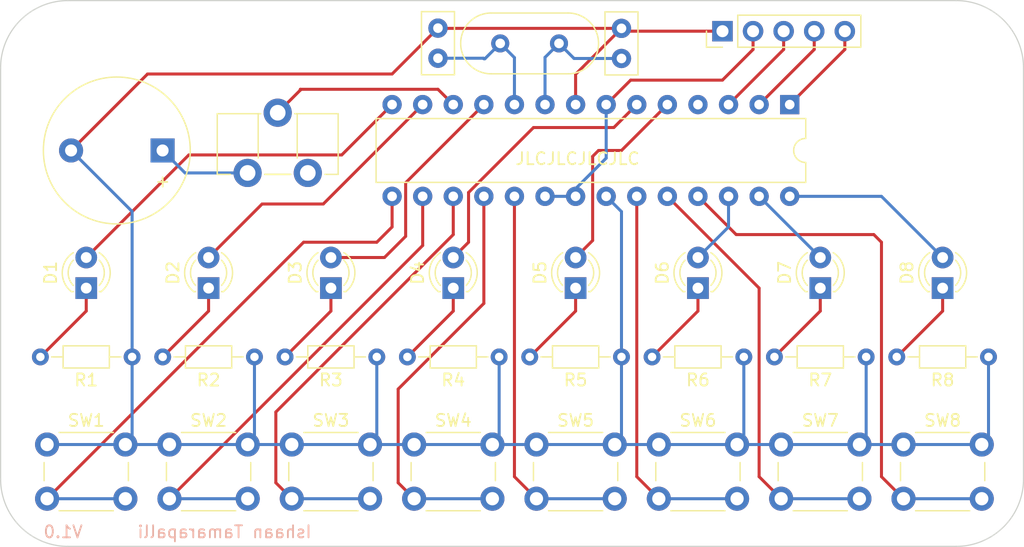
<source format=kicad_pcb>
(kicad_pcb (version 20221018) (generator pcbnew)
  (layers (0 "F.Cu" signal) (31 "B.Cu" signal) (34 "B.Paste" user) (35 "F.Paste" user) (36 "B.SilkS" user "B.Silkscreen") (37 "F.SilkS" user "F.Silkscreen") (38 "B.Mask" user) (39 "F.Mask" user) (44 "Edge.Cuts" user))
  (net 0 "")
  (net 1 "Net-(U1-XTAL2{slash}PB7)")
  (net 2 "GND")
  (net 3 "Net-(U1-XTAL1{slash}PB6)")
  (net 4 "+5V")
  (net 5 "Net-(D1-K)")
  (net 7 "/LED1")
  (net 8 "/SW8")
  (net 9 "/RESET")
  (net 10 "/RX")
  (net 11 "/TX")
  (net 12 "/LED2")
  (net 13 "/LED3")
  (net 14 "/LED4")
  (net 15 "/LED5")
  (net 16 "/LED6")
  (net 17 "/LED7")
  (net 18 "/LED8")
  (net 19 "/BUZZER")
  (net 20 "/SW1")
  (net 21 "/SW2")
  (net 22 "/SW3")
  (net 23 "/SW4")
  (net 24 "/SW5")
  (net 25 "/SW6")
  (net 26 "/SW7")
  (net 27 "Net-(D2-K)")
  (net 28 "Net-(D3-K)")
  (net 29 "Net-(D4-K)")
  (net 30 "Net-(D5-K)")
  (net 31 "Net-(D6-K)")
  (net 32 "Net-(D7-K)")
  (net 33 "Net-(D8-K)")
  (net 34 "Net-(BZ1--)")
  (footprint "Button_Switch_THT:SW_PUSH_6mm" (layer "F.Cu") (at 110.923 114.971)
    (fp_text reference "SW1" (at 3.25 -2) (layer "F.SilkS"))
    (fp_text value "SW_Push" hide)
    (fp_line (start -0.25 1.5) (end -0.25 3) (stroke (width 0.12)) (layer "F.SilkS"))
    (fp_line (start 1 5.5) (end 5.5 5.5) (stroke (width 0.12)) (layer "F.SilkS"))
    (fp_line (start 5.5 -1) (end 1 -1) (stroke (width 0.12)) (layer "F.SilkS"))
    (fp_line (start 6.75 3) (end 6.75 1.5) (stroke (width 0.12)) (layer "F.SilkS"))
    (pad "1" thru_hole circle (at 0 0 90) (size 2 2) (drill 1.1) (layers "*.Cu" "*.Mask") (net 2 "GND"))
    (pad "1" thru_hole circle (at 6.5 0 90) (size 2 2) (drill 1.1) (layers "*.Cu" "*.Mask") (net 2 "GND"))
    (pad "2" thru_hole circle (at 0 4.5 90) (size 2 2) (drill 1.1) (layers "*.Cu" "*.Mask") (net 20 "/SW1"))
    (pad "2" thru_hole circle (at 6.5 4.5 90) (size 2 2) (drill 1.1) (layers "*.Cu" "*.Mask") (net 20 "/SW1"))
  )
  (footprint "LED_THT:LED_D3.0mm" (layer "F.Cu") (at 175.133 101.981 90)
    (fp_text reference "D7" (at 1.27 -2.96 90) (layer "F.SilkS"))
    (fp_text value "LED" hide)
    (fp_line (start -0.29 -1.236) (end -0.29 -1.08) (stroke (width 0.12)) (layer "F.SilkS"))
    (fp_line (start -0.29 1.08) (end -0.29 1.236) (stroke (width 0.12)) (layer "F.SilkS"))
    (fp_arc (start -0.29 -1.235516) (mid 1.366487 -1.987659) (end 2.942335 -1.078608) (stroke (width 0.12)) (layer "F.SilkS"))
    (fp_arc (start 0.229039 -1.08) (mid 1.270117 -1.5) (end 2.31113 -1.079837) (stroke (width 0.12)) (layer "F.SilkS"))
    (fp_arc (start 2.31113 1.079837) (mid 1.270117 1.5) (end 0.229039 1.08) (stroke (width 0.12)) (layer "F.SilkS"))
    (fp_arc (start 2.942335 1.078608) (mid 1.366487 1.987659) (end -0.29 1.235516) (stroke (width 0.12)) (layer "F.SilkS"))
    (pad "1" thru_hole rect (at 0 0 90) (size 1.8 1.8) (drill 0.9) (layers "*.Cu" "*.Mask") (net 32 "Net-(D7-K)"))
    (pad "2" thru_hole circle (at 2.54 0 90) (size 1.8 1.8) (drill 0.9) (layers "*.Cu" "*.Mask") (net 17 "/LED7"))
  )
  (footprint "Button_Switch_THT:SW_PUSH_6mm" (layer "F.Cu") (at 171.883 114.971)
    (fp_text reference "SW7" (at 3.25 -2) (layer "F.SilkS"))
    (fp_text value "SW_Push" hide)
    (fp_line (start -0.25 1.5) (end -0.25 3) (stroke (width 0.12)) (layer "F.SilkS"))
    (fp_line (start 1 5.5) (end 5.5 5.5) (stroke (width 0.12)) (layer "F.SilkS"))
    (fp_line (start 5.5 -1) (end 1 -1) (stroke (width 0.12)) (layer "F.SilkS"))
    (fp_line (start 6.75 3) (end 6.75 1.5) (stroke (width 0.12)) (layer "F.SilkS"))
    (pad "1" thru_hole circle (at 0 0 90) (size 2 2) (drill 1.1) (layers "*.Cu" "*.Mask") (net 2 "GND"))
    (pad "1" thru_hole circle (at 6.5 0 90) (size 2 2) (drill 1.1) (layers "*.Cu" "*.Mask") (net 2 "GND"))
    (pad "2" thru_hole circle (at 0 4.5 90) (size 2 2) (drill 1.1) (layers "*.Cu" "*.Mask") (net 26 "/SW7"))
    (pad "2" thru_hole circle (at 6.5 4.5 90) (size 2 2) (drill 1.1) (layers "*.Cu" "*.Mask") (net 26 "/SW7"))
  )
  (footprint "Resistor_THT:R_Axial_DIN0204_L3.6mm_D1.6mm_P7.62mm_Horizontal" (layer "F.Cu") (at 189.103 107.696 180)
    (fp_text reference "R8" (at 3.81 -1.92) (layer "F.SilkS"))
    (fp_text value "220 Ohm" hide)
    (fp_line (start 0.94 0) (end 1.89 0) (stroke (width 0.12)) (layer "F.SilkS"))
    (fp_line (start 1.89 -0.92) (end 1.89 0.92) (stroke (width 0.12)) (layer "F.SilkS"))
    (fp_line (start 1.89 0.92) (end 5.73 0.92) (stroke (width 0.12)) (layer "F.SilkS"))
    (fp_line (start 5.73 -0.92) (end 1.89 -0.92) (stroke (width 0.12)) (layer "F.SilkS"))
    (fp_line (start 5.73 0.92) (end 5.73 -0.92) (stroke (width 0.12)) (layer "F.SilkS"))
    (fp_line (start 6.68 0) (end 5.73 0) (stroke (width 0.12)) (layer "F.SilkS"))
    (pad "1" thru_hole circle (at 0 0 180) (size 1.4 1.4) (drill 0.7) (layers "*.Cu" "*.Mask") (net 2 "GND"))
    (pad "2" thru_hole oval (at 7.62 0 180) (size 1.4 1.4) (drill 0.7) (layers "*.Cu" "*.Mask") (net 33 "Net-(D8-K)"))
  )
  (footprint "Button_Switch_THT:SW_PUSH_6mm" (layer "F.Cu") (at 161.723 114.971)
    (fp_text reference "SW6" (at 3.25 -2) (layer "F.SilkS"))
    (fp_text value "SW_Push" hide)
    (fp_line (start -0.25 1.5) (end -0.25 3) (stroke (width 0.12)) (layer "F.SilkS"))
    (fp_line (start 1 5.5) (end 5.5 5.5) (stroke (width 0.12)) (layer "F.SilkS"))
    (fp_line (start 5.5 -1) (end 1 -1) (stroke (width 0.12)) (layer "F.SilkS"))
    (fp_line (start 6.75 3) (end 6.75 1.5) (stroke (width 0.12)) (layer "F.SilkS"))
    (pad "1" thru_hole circle (at 0 0 90) (size 2 2) (drill 1.1) (layers "*.Cu" "*.Mask") (net 2 "GND"))
    (pad "1" thru_hole circle (at 6.5 0 90) (size 2 2) (drill 1.1) (layers "*.Cu" "*.Mask") (net 2 "GND"))
    (pad "2" thru_hole circle (at 0 4.5 90) (size 2 2) (drill 1.1) (layers "*.Cu" "*.Mask") (net 25 "/SW6"))
    (pad "2" thru_hole circle (at 6.5 4.5 90) (size 2 2) (drill 1.1) (layers "*.Cu" "*.Mask") (net 25 "/SW6"))
  )
  (footprint "Connector_PinHeader_2.54mm:PinHeader_1x05_P2.54mm_Vertical" (layer "F.Cu") (at 167.01 80.645 90)
    (fp_text reference "J1" hide)
    (fp_text value "Conn_01x05_Pin" hide)
    (fp_line (start -1.33 -1.33) (end 0 -1.33) (stroke (width 0.12)) (layer "F.SilkS"))
    (fp_line (start -1.33 0) (end -1.33 -1.33) (stroke (width 0.12)) (layer "F.SilkS"))
    (fp_line (start -1.33 1.27) (end -1.33 11.49) (stroke (width 0.12)) (layer "F.SilkS"))
    (fp_line (start -1.33 1.27) (end 1.33 1.27) (stroke (width 0.12)) (layer "F.SilkS"))
    (fp_line (start -1.33 11.49) (end 1.33 11.49) (stroke (width 0.12)) (layer "F.SilkS"))
    (fp_line (start 1.33 1.27) (end 1.33 11.49) (stroke (width 0.12)) (layer "F.SilkS"))
    (pad "1" thru_hole rect (at 0 0 90) (size 1.7 1.7) (drill 1) (layers "*.Cu" "*.Mask") (net 2 "GND"))
    (pad "2" thru_hole oval (at 0 2.54 90) (size 1.7 1.7) (drill 1) (layers "*.Cu" "*.Mask") (net 4 "+5V"))
    (pad "3" thru_hole oval (at 0 5.08 90) (size 1.7 1.7) (drill 1) (layers "*.Cu" "*.Mask") (net 11 "/TX"))
    (pad "4" thru_hole oval (at 0 7.62 90) (size 1.7 1.7) (drill 1) (layers "*.Cu" "*.Mask") (net 10 "/RX"))
    (pad "5" thru_hole oval (at 0 10.16 90) (size 1.7 1.7) (drill 1) (layers "*.Cu" "*.Mask") (net 9 "/RESET"))
  )
  (footprint "LED_THT:LED_D3.0mm" (layer "F.Cu") (at 144.653 101.981 90)
    (fp_text reference "D4" (at 1.27 -2.96 90) (layer "F.SilkS"))
    (fp_text value "LED" hide)
    (fp_line (start -0.29 -1.236) (end -0.29 -1.08) (stroke (width 0.12)) (layer "F.SilkS"))
    (fp_line (start -0.29 1.08) (end -0.29 1.236) (stroke (width 0.12)) (layer "F.SilkS"))
    (fp_arc (start -0.29 -1.235516) (mid 1.366487 -1.987659) (end 2.942335 -1.078608) (stroke (width 0.12)) (layer "F.SilkS"))
    (fp_arc (start 0.229039 -1.08) (mid 1.270117 -1.5) (end 2.31113 -1.079837) (stroke (width 0.12)) (layer "F.SilkS"))
    (fp_arc (start 2.31113 1.079837) (mid 1.270117 1.5) (end 0.229039 1.08) (stroke (width 0.12)) (layer "F.SilkS"))
    (fp_arc (start 2.942335 1.078608) (mid 1.366487 1.987659) (end -0.29 1.235516) (stroke (width 0.12)) (layer "F.SilkS"))
    (pad "1" thru_hole rect (at 0 0 90) (size 1.8 1.8) (drill 0.9) (layers "*.Cu" "*.Mask") (net 29 "Net-(D4-K)"))
    (pad "2" thru_hole circle (at 2.54 0 90) (size 1.8 1.8) (drill 0.9) (layers "*.Cu" "*.Mask") (net 14 "/LED4"))
  )
  (footprint "Resistor_THT:R_Axial_DIN0204_L3.6mm_D1.6mm_P7.62mm_Horizontal" (layer "F.Cu") (at 128.143 107.696 180)
    (fp_text reference "R2" (at 3.81 -1.92) (layer "F.SilkS"))
    (fp_text value "220 Ohm" hide)
    (fp_line (start 0.94 0) (end 1.89 0) (stroke (width 0.12)) (layer "F.SilkS"))
    (fp_line (start 1.89 -0.92) (end 1.89 0.92) (stroke (width 0.12)) (layer "F.SilkS"))
    (fp_line (start 1.89 0.92) (end 5.73 0.92) (stroke (width 0.12)) (layer "F.SilkS"))
    (fp_line (start 5.73 -0.92) (end 1.89 -0.92) (stroke (width 0.12)) (layer "F.SilkS"))
    (fp_line (start 5.73 0.92) (end 5.73 -0.92) (stroke (width 0.12)) (layer "F.SilkS"))
    (fp_line (start 6.68 0) (end 5.73 0) (stroke (width 0.12)) (layer "F.SilkS"))
    (pad "1" thru_hole circle (at 0 0 180) (size 1.4 1.4) (drill 0.7) (layers "*.Cu" "*.Mask") (net 2 "GND"))
    (pad "2" thru_hole oval (at 7.62 0 180) (size 1.4 1.4) (drill 0.7) (layers "*.Cu" "*.Mask") (net 27 "Net-(D2-K)"))
  )
  (footprint "Resistor_THT:R_Axial_DIN0204_L3.6mm_D1.6mm_P7.62mm_Horizontal" (layer "F.Cu") (at 158.623 107.696 180)
    (fp_text reference "R5" (at 3.81 -1.92) (layer "F.SilkS"))
    (fp_text value "220 Ohm" hide)
    (fp_line (start 0.94 0) (end 1.89 0) (stroke (width 0.12)) (layer "F.SilkS"))
    (fp_line (start 1.89 -0.92) (end 1.89 0.92) (stroke (width 0.12)) (layer "F.SilkS"))
    (fp_line (start 1.89 0.92) (end 5.73 0.92) (stroke (width 0.12)) (layer "F.SilkS"))
    (fp_line (start 5.73 -0.92) (end 1.89 -0.92) (stroke (width 0.12)) (layer "F.SilkS"))
    (fp_line (start 5.73 0.92) (end 5.73 -0.92) (stroke (width 0.12)) (layer "F.SilkS"))
    (fp_line (start 6.68 0) (end 5.73 0) (stroke (width 0.12)) (layer "F.SilkS"))
    (pad "1" thru_hole circle (at 0 0 180) (size 1.4 1.4) (drill 0.7) (layers "*.Cu" "*.Mask") (net 2 "GND"))
    (pad "2" thru_hole oval (at 7.62 0 180) (size 1.4 1.4) (drill 0.7) (layers "*.Cu" "*.Mask") (net 30 "Net-(D5-K)"))
  )
  (footprint "Potentiometer_THT:Potentiometer_ACP_CA9-H5_Horizontal" (layer "F.Cu") (at 127.573 92.416 90)
    (fp_text reference "RV1" hide)
    (fp_text value "R_Potentiometer" hide)
    (fp_line (start -0.121 -2.521) (end -0.121 -1.426) (stroke (width 0.12)) (layer "F.SilkS"))
    (fp_line (start -0.121 -2.521) (end 4.92 -2.521) (stroke (width 0.12)) (layer "F.SilkS"))
    (fp_line (start -0.121 1.426) (end -0.121 3.575) (stroke (width 0.12)) (layer "F.SilkS"))
    (fp_line (start -0.121 1.426) (end -0.121 3.575) (stroke (width 0.12)) (layer "F.SilkS"))
    (fp_line (start -0.121 6.425) (end -0.121 7.52) (stroke (width 0.12)) (layer "F.SilkS"))
    (fp_line (start -0.121 7.52) (end 4.92 7.52) (stroke (width 0.12)) (layer "F.SilkS"))
    (fp_line (start 1.237 0.88) (end 4.92 0.88) (stroke (width 0.12)) (layer "F.SilkS"))
    (fp_line (start 1.237 4.12) (end 4.92 4.12) (stroke (width 0.12)) (layer "F.SilkS"))
    (fp_line (start 4.92 -2.521) (end 4.92 1.075) (stroke (width 0.12)) (layer "F.SilkS"))
    (fp_line (start 4.92 0.88) (end 4.92 1.075) (stroke (width 0.12)) (layer "F.SilkS"))
    (fp_line (start 4.92 3.925) (end 4.92 4.12) (stroke (width 0.12)) (layer "F.SilkS"))
    (fp_line (start 4.92 3.925) (end 4.92 7.52) (stroke (width 0.12)) (layer "F.SilkS"))
    (pad "1" thru_hole circle (at 0 0 90) (size 2.34 2.34) (drill 1.3) (layers "*.Cu" "*.Mask") (net 34 "Net-(BZ1--)"))
    (pad "2" thru_hole circle (at 5 2.5 90) (size 2.34 2.34) (drill 1.3) (layers "*.Cu" "*.Mask") (net 19 "/BUZZER"))
    (pad "3" thru_hole circle (at 0 5 90) (size 2.34 2.34) (drill 1.3) (layers "*.Cu" "*.Mask"))
  )
  (footprint "Capacitor_THT:C_Disc_D5.0mm_W2.5mm_P2.50mm" (layer "F.Cu") (at 158.623 82.911 90)
    (fp_text reference "C2" hide)
    (fp_text value "22pf" hide)
    (fp_line (start -1.37 -1.37) (end -1.37 1.37) (stroke (width 0.12)) (layer "F.SilkS"))
    (fp_line (start -1.37 -1.37) (end 3.87 -1.37) (stroke (width 0.12)) (layer "F.SilkS"))
    (fp_line (start -1.37 1.37) (end 3.87 1.37) (stroke (width 0.12)) (layer "F.SilkS"))
    (fp_line (start 3.87 -1.37) (end 3.87 1.37) (stroke (width 0.12)) (layer "F.SilkS"))
    (pad "1" thru_hole circle (at 0 0 90) (size 1.6 1.6) (drill 0.8) (layers "*.Cu" "*.Mask") (net 3 "Net-(U1-XTAL1{slash}PB6)"))
    (pad "2" thru_hole circle (at 2.5 0 90) (size 1.6 1.6) (drill 0.8) (layers "*.Cu" "*.Mask") (net 2 "GND"))
  )
  (footprint "Capacitor_THT:C_Disc_D5.0mm_W2.5mm_P2.50mm" (layer "F.Cu") (at 143.383 82.891 90)
    (fp_text reference "C1" hide)
    (fp_text value "22pf" hide)
    (fp_line (start -1.37 -1.37) (end -1.37 1.37) (stroke (width 0.12)) (layer "F.SilkS"))
    (fp_line (start -1.37 -1.37) (end 3.87 -1.37) (stroke (width 0.12)) (layer "F.SilkS"))
    (fp_line (start -1.37 1.37) (end 3.87 1.37) (stroke (width 0.12)) (layer "F.SilkS"))
    (fp_line (start 3.87 -1.37) (end 3.87 1.37) (stroke (width 0.12)) (layer "F.SilkS"))
    (pad "1" thru_hole circle (at 0 0 90) (size 1.6 1.6) (drill 0.8) (layers "*.Cu" "*.Mask") (net 1 "Net-(U1-XTAL2{slash}PB7)"))
    (pad "2" thru_hole circle (at 2.5 0 90) (size 1.6 1.6) (drill 0.8) (layers "*.Cu" "*.Mask") (net 2 "GND"))
  )
  (footprint "Button_Switch_THT:SW_PUSH_6mm" (layer "F.Cu") (at 182.043 114.971)
    (fp_text reference "SW8" (at 3.25 -2) (layer "F.SilkS"))
    (fp_text value "SW_Push" hide)
    (fp_line (start -0.25 1.5) (end -0.25 3) (stroke (width 0.12)) (layer "F.SilkS"))
    (fp_line (start 1 5.5) (end 5.5 5.5) (stroke (width 0.12)) (layer "F.SilkS"))
    (fp_line (start 5.5 -1) (end 1 -1) (stroke (width 0.12)) (layer "F.SilkS"))
    (fp_line (start 6.75 3) (end 6.75 1.5) (stroke (width 0.12)) (layer "F.SilkS"))
    (pad "1" thru_hole circle (at 0 0 90) (size 2 2) (drill 1.1) (layers "*.Cu" "*.Mask") (net 2 "GND"))
    (pad "1" thru_hole circle (at 6.5 0 90) (size 2 2) (drill 1.1) (layers "*.Cu" "*.Mask") (net 2 "GND"))
    (pad "2" thru_hole circle (at 0 4.5 90) (size 2 2) (drill 1.1) (layers "*.Cu" "*.Mask") (net 8 "/SW8"))
    (pad "2" thru_hole circle (at 6.5 4.5 90) (size 2 2) (drill 1.1) (layers "*.Cu" "*.Mask") (net 8 "/SW8"))
  )
  (footprint "Crystal:Crystal_HC49-4H_Vertical" (layer "F.Cu") (at 148.553 81.661)
    (fp_text reference "Y1" hide)
    (fp_text value "16MHz " hide)
    (fp_line (start -0.76 -2.525) (end 5.64 -2.525) (stroke (width 0.12)) (layer "F.SilkS"))
    (fp_line (start -0.76 2.525) (end 5.64 2.525) (stroke (width 0.12)) (layer "F.SilkS"))
    (fp_arc (start -0.76 2.525) (mid -3.285 0) (end -0.76 -2.525) (stroke (width 0.12)) (layer "F.SilkS"))
    (fp_arc (start 5.64 -2.525) (mid 8.165 0) (end 5.64 2.525) (stroke (width 0.12)) (layer "F.SilkS"))
    (pad "1" thru_hole circle (at 0 0) (size 1.5 1.5) (drill 0.8) (layers "*.Cu" "*.Mask") (net 1 "Net-(U1-XTAL2{slash}PB7)"))
    (pad "2" thru_hole circle (at 4.88 0) (size 1.5 1.5) (drill 0.8) (layers "*.Cu" "*.Mask") (net 3 "Net-(U1-XTAL1{slash}PB6)"))
  )
  (footprint "Buzzer_Beeper:Buzzer_12x9.5RM7.6" (layer "F.Cu") (at 120.513 90.551 180)
    (fp_text reference "BZ1" hide)
    (fp_text value "Buzzer" hide)
    (fp_text user "+" (at -0.01 -2.54) (layer "F.SilkS"))
    (fp_circle (center 3.8 0) (end 9.9 0) (stroke (width 0.12)) (fill none) (layer "F.SilkS"))
    (pad "1" thru_hole rect (at 0 0 180) (size 2 2) (drill 1) (layers "*.Cu" "*.Mask") (net 34 "Net-(BZ1--)"))
    (pad "2" thru_hole circle (at 7.6 0 180) (size 2 2) (drill 1) (layers "*.Cu" "*.Mask") (net 2 "GND"))
  )
  (footprint "LED_THT:LED_D3.0mm" (layer "F.Cu") (at 164.973 101.981 90)
    (fp_text reference "D6" (at 1.27 -2.96 90) (layer "F.SilkS"))
    (fp_text value "LED" hide)
    (fp_line (start -0.29 -1.236) (end -0.29 -1.08) (stroke (width 0.12)) (layer "F.SilkS"))
    (fp_line (start -0.29 1.08) (end -0.29 1.236) (stroke (width 0.12)) (layer "F.SilkS"))
    (fp_arc (start -0.29 -1.235516) (mid 1.366487 -1.987659) (end 2.942335 -1.078608) (stroke (width 0.12)) (layer "F.SilkS"))
    (fp_arc (start 0.229039 -1.08) (mid 1.270117 -1.5) (end 2.31113 -1.079837) (stroke (width 0.12)) (layer "F.SilkS"))
    (fp_arc (start 2.31113 1.079837) (mid 1.270117 1.5) (end 0.229039 1.08) (stroke (width 0.12)) (layer "F.SilkS"))
    (fp_arc (start 2.942335 1.078608) (mid 1.366487 1.987659) (end -0.29 1.235516) (stroke (width 0.12)) (layer "F.SilkS"))
    (pad "1" thru_hole rect (at 0 0 90) (size 1.8 1.8) (drill 0.9) (layers "*.Cu" "*.Mask") (net 31 "Net-(D6-K)"))
    (pad "2" thru_hole circle (at 2.54 0 90) (size 1.8 1.8) (drill 0.9) (layers "*.Cu" "*.Mask") (net 16 "/LED6"))
  )
  (footprint "Button_Switch_THT:SW_PUSH_6mm" (layer "F.Cu") (at 121.083 114.971)
    (fp_text reference "SW2" (at 3.25 -2) (layer "F.SilkS"))
    (fp_text value "SW_Push" hide)
    (fp_line (start -0.25 1.5) (end -0.25 3) (stroke (width 0.12)) (layer "F.SilkS"))
    (fp_line (start 1 5.5) (end 5.5 5.5) (stroke (width 0.12)) (layer "F.SilkS"))
    (fp_line (start 5.5 -1) (end 1 -1) (stroke (width 0.12)) (layer "F.SilkS"))
    (fp_line (start 6.75 3) (end 6.75 1.5) (stroke (width 0.12)) (layer "F.SilkS"))
    (pad "1" thru_hole circle (at 0 0 90) (size 2 2) (drill 1.1) (layers "*.Cu" "*.Mask") (net 2 "GND"))
    (pad "1" thru_hole circle (at 6.5 0 90) (size 2 2) (drill 1.1) (layers "*.Cu" "*.Mask") (net 2 "GND"))
    (pad "2" thru_hole circle (at 0 4.5 90) (size 2 2) (drill 1.1) (layers "*.Cu" "*.Mask") (net 21 "/SW2"))
    (pad "2" thru_hole circle (at 6.5 4.5 90) (size 2 2) (drill 1.1) (layers "*.Cu" "*.Mask") (net 21 "/SW2"))
  )
  (footprint "Button_Switch_THT:SW_PUSH_6mm" (layer "F.Cu") (at 131.243 114.971)
    (fp_text reference "SW3" (at 3.25 -2) (layer "F.SilkS"))
    (fp_text value "SW_Push" hide)
    (fp_line (start -0.25 1.5) (end -0.25 3) (stroke (width 0.12)) (layer "F.SilkS"))
    (fp_line (start 1 5.5) (end 5.5 5.5) (stroke (width 0.12)) (layer "F.SilkS"))
    (fp_line (start 5.5 -1) (end 1 -1) (stroke (width 0.12)) (layer "F.SilkS"))
    (fp_line (start 6.75 3) (end 6.75 1.5) (stroke (width 0.12)) (layer "F.SilkS"))
    (pad "1" thru_hole circle (at 0 0 90) (size 2 2) (drill 1.1) (layers "*.Cu" "*.Mask") (net 2 "GND"))
    (pad "1" thru_hole circle (at 6.5 0 90) (size 2 2) (drill 1.1) (layers "*.Cu" "*.Mask") (net 2 "GND"))
    (pad "2" thru_hole circle (at 0 4.5 90) (size 2 2) (drill 1.1) (layers "*.Cu" "*.Mask") (net 22 "/SW3"))
    (pad "2" thru_hole circle (at 6.5 4.5 90) (size 2 2) (drill 1.1) (layers "*.Cu" "*.Mask") (net 22 "/SW3"))
  )
  (footprint "Resistor_THT:R_Axial_DIN0204_L3.6mm_D1.6mm_P7.62mm_Horizontal" (layer "F.Cu") (at 178.943 107.696 180)
    (fp_text reference "R7" (at 3.81 -1.92) (layer "F.SilkS"))
    (fp_text value "220 Ohm" hide)
    (fp_line (start 0.94 0) (end 1.89 0) (stroke (width 0.12)) (layer "F.SilkS"))
    (fp_line (start 1.89 -0.92) (end 1.89 0.92) (stroke (width 0.12)) (layer "F.SilkS"))
    (fp_line (start 1.89 0.92) (end 5.73 0.92) (stroke (width 0.12)) (layer "F.SilkS"))
    (fp_line (start 5.73 -0.92) (end 1.89 -0.92) (stroke (width 0.12)) (layer "F.SilkS"))
    (fp_line (start 5.73 0.92) (end 5.73 -0.92) (stroke (width 0.12)) (layer "F.SilkS"))
    (fp_line (start 6.68 0) (end 5.73 0) (stroke (width 0.12)) (layer "F.SilkS"))
    (pad "1" thru_hole circle (at 0 0 180) (size 1.4 1.4) (drill 0.7) (layers "*.Cu" "*.Mask") (net 2 "GND"))
    (pad "2" thru_hole oval (at 7.62 0 180) (size 1.4 1.4) (drill 0.7) (layers "*.Cu" "*.Mask") (net 32 "Net-(D7-K)"))
  )
  (footprint "LED_THT:LED_D3.0mm" (layer "F.Cu") (at 114.173 101.981 90)
    (fp_text reference "D1" (at 1.27 -2.96 90) (layer "F.SilkS"))
    (fp_text value "LED" hide)
    (fp_line (start -0.29 -1.236) (end -0.29 -1.08) (stroke (width 0.12)) (layer "F.SilkS"))
    (fp_line (start -0.29 1.08) (end -0.29 1.236) (stroke (width 0.12)) (layer "F.SilkS"))
    (fp_arc (start -0.29 -1.235516) (mid 1.366487 -1.987659) (end 2.942335 -1.078608) (stroke (width 0.12)) (layer "F.SilkS"))
    (fp_arc (start 0.229039 -1.08) (mid 1.270117 -1.5) (end 2.31113 -1.079837) (stroke (width 0.12)) (layer "F.SilkS"))
    (fp_arc (start 2.31113 1.079837) (mid 1.270117 1.5) (end 0.229039 1.08) (stroke (width 0.12)) (layer "F.SilkS"))
    (fp_arc (start 2.942335 1.078608) (mid 1.366487 1.987659) (end -0.29 1.235516) (stroke (width 0.12)) (layer "F.SilkS"))
    (pad "1" thru_hole rect (at 0 0 90) (size 1.8 1.8) (drill 0.9) (layers "*.Cu" "*.Mask") (net 5 "Net-(D1-K)"))
    (pad "2" thru_hole circle (at 2.54 0 90) (size 1.8 1.8) (drill 0.9) (layers "*.Cu" "*.Mask") (net 7 "/LED1"))
  )
  (footprint "Resistor_THT:R_Axial_DIN0204_L3.6mm_D1.6mm_P7.62mm_Horizontal" (layer "F.Cu") (at 117.983 107.696 180)
    (fp_text reference "R1" (at 3.81 -1.92) (layer "F.SilkS"))
    (fp_text value "220 Ohm" hide)
    (fp_line (start 0.94 0) (end 1.89 0) (stroke (width 0.12)) (layer "F.SilkS"))
    (fp_line (start 1.89 -0.92) (end 1.89 0.92) (stroke (width 0.12)) (layer "F.SilkS"))
    (fp_line (start 1.89 0.92) (end 5.73 0.92) (stroke (width 0.12)) (layer "F.SilkS"))
    (fp_line (start 5.73 -0.92) (end 1.89 -0.92) (stroke (width 0.12)) (layer "F.SilkS"))
    (fp_line (start 5.73 0.92) (end 5.73 -0.92) (stroke (width 0.12)) (layer "F.SilkS"))
    (fp_line (start 6.68 0) (end 5.73 0) (stroke (width 0.12)) (layer "F.SilkS"))
    (pad "1" thru_hole circle (at 0 0 180) (size 1.4 1.4) (drill 0.7) (layers "*.Cu" "*.Mask") (net 2 "GND"))
    (pad "2" thru_hole oval (at 7.62 0 180) (size 1.4 1.4) (drill 0.7) (layers "*.Cu" "*.Mask") (net 5 "Net-(D1-K)"))
  )
  (footprint "LED_THT:LED_D3.0mm" (layer "F.Cu") (at 185.293 101.981 90)
    (fp_text reference "D8" (at 1.27 -2.96 90) (layer "F.SilkS"))
    (fp_text value "LED" hide)
    (fp_line (start -0.29 -1.236) (end -0.29 -1.08) (stroke (width 0.12)) (layer "F.SilkS"))
    (fp_line (start -0.29 1.08) (end -0.29 1.236) (stroke (width 0.12)) (layer "F.SilkS"))
    (fp_arc (start -0.29 -1.235516) (mid 1.366487 -1.987659) (end 2.942335 -1.078608) (stroke (width 0.12)) (layer "F.SilkS"))
    (fp_arc (start 0.229039 -1.08) (mid 1.270117 -1.5) (end 2.31113 -1.079837) (stroke (width 0.12)) (layer "F.SilkS"))
    (fp_arc (start 2.31113 1.079837) (mid 1.270117 1.5) (end 0.229039 1.08) (stroke (width 0.12)) (layer "F.SilkS"))
    (fp_arc (start 2.942335 1.078608) (mid 1.366487 1.987659) (end -0.29 1.235516) (stroke (width 0.12)) (layer "F.SilkS"))
    (pad "1" thru_hole rect (at 0 0 90) (size 1.8 1.8) (drill 0.9) (layers "*.Cu" "*.Mask") (net 33 "Net-(D8-K)"))
    (pad "2" thru_hole circle (at 2.54 0 90) (size 1.8 1.8) (drill 0.9) (layers "*.Cu" "*.Mask") (net 18 "/LED8"))
  )
  (footprint "Resistor_THT:R_Axial_DIN0204_L3.6mm_D1.6mm_P7.62mm_Horizontal" (layer "F.Cu") (at 148.463 107.696 180)
    (fp_text reference "R4" (at 3.81 -1.92) (layer "F.SilkS"))
    (fp_text value "220 Ohm" hide)
    (fp_line (start 0.94 0) (end 1.89 0) (stroke (width 0.12)) (layer "F.SilkS"))
    (fp_line (start 1.89 -0.92) (end 1.89 0.92) (stroke (width 0.12)) (layer "F.SilkS"))
    (fp_line (start 1.89 0.92) (end 5.73 0.92) (stroke (width 0.12)) (layer "F.SilkS"))
    (fp_line (start 5.73 -0.92) (end 1.89 -0.92) (stroke (width 0.12)) (layer "F.SilkS"))
    (fp_line (start 5.73 0.92) (end 5.73 -0.92) (stroke (width 0.12)) (layer "F.SilkS"))
    (fp_line (start 6.68 0) (end 5.73 0) (stroke (width 0.12)) (layer "F.SilkS"))
    (pad "1" thru_hole circle (at 0 0 180) (size 1.4 1.4) (drill 0.7) (layers "*.Cu" "*.Mask") (net 2 "GND"))
    (pad "2" thru_hole oval (at 7.62 0 180) (size 1.4 1.4) (drill 0.7) (layers "*.Cu" "*.Mask") (net 29 "Net-(D4-K)"))
  )
  (footprint "LED_THT:LED_D3.0mm" (layer "F.Cu") (at 154.813 101.981 90)
    (fp_text reference "D5" (at 1.27 -2.96 90) (layer "F.SilkS"))
    (fp_text value "LED" hide)
    (fp_line (start -0.29 -1.236) (end -0.29 -1.08) (stroke (width 0.12)) (layer "F.SilkS"))
    (fp_line (start -0.29 1.08) (end -0.29 1.236) (stroke (width 0.12)) (layer "F.SilkS"))
    (fp_arc (start -0.29 -1.235516) (mid 1.366487 -1.987659) (end 2.942335 -1.078608) (stroke (width 0.12)) (layer "F.SilkS"))
    (fp_arc (start 0.229039 -1.08) (mid 1.270117 -1.5) (end 2.31113 -1.079837) (stroke (width 0.12)) (layer "F.SilkS"))
    (fp_arc (start 2.31113 1.079837) (mid 1.270117 1.5) (end 0.229039 1.08) (stroke (width 0.12)) (layer "F.SilkS"))
    (fp_arc (start 2.942335 1.078608) (mid 1.366487 1.987659) (end -0.29 1.235516) (stroke (width 0.12)) (layer "F.SilkS"))
    (pad "1" thru_hole rect (at 0 0 90) (size 1.8 1.8) (drill 0.9) (layers "*.Cu" "*.Mask") (net 30 "Net-(D5-K)"))
    (pad "2" thru_hole circle (at 2.54 0 90) (size 1.8 1.8) (drill 0.9) (layers "*.Cu" "*.Mask") (net 15 "/LED5"))
  )
  (footprint "Button_Switch_THT:SW_PUSH_6mm" (layer "F.Cu") (at 151.563 114.971)
    (fp_text reference "SW5" (at 3.25 -2) (layer "F.SilkS"))
    (fp_text value "SW_Push" hide)
    (fp_line (start -0.25 1.5) (end -0.25 3) (stroke (width 0.12)) (layer "F.SilkS"))
    (fp_line (start 1 5.5) (end 5.5 5.5) (stroke (width 0.12)) (layer "F.SilkS"))
    (fp_line (start 5.5 -1) (end 1 -1) (stroke (width 0.12)) (layer "F.SilkS"))
    (fp_line (start 6.75 3) (end 6.75 1.5) (stroke (width 0.12)) (layer "F.SilkS"))
    (pad "1" thru_hole circle (at 0 0 90) (size 2 2) (drill 1.1) (layers "*.Cu" "*.Mask") (net 2 "GND"))
    (pad "1" thru_hole circle (at 6.5 0 90) (size 2 2) (drill 1.1) (layers "*.Cu" "*.Mask") (net 2 "GND"))
    (pad "2" thru_hole circle (at 0 4.5 90) (size 2 2) (drill 1.1) (layers "*.Cu" "*.Mask") (net 24 "/SW5"))
    (pad "2" thru_hole circle (at 6.5 4.5 90) (size 2 2) (drill 1.1) (layers "*.Cu" "*.Mask") (net 24 "/SW5"))
  )
  (footprint "Resistor_THT:R_Axial_DIN0204_L3.6mm_D1.6mm_P7.62mm_Horizontal" (layer "F.Cu") (at 138.303 107.696 180)
    (fp_text reference "R3" (at 3.81 -1.92) (layer "F.SilkS"))
    (fp_text value "220 Ohm" hide)
    (fp_line (start 0.94 0) (end 1.89 0) (stroke (width 0.12)) (layer "F.SilkS"))
    (fp_line (start 1.89 -0.92) (end 1.89 0.92) (stroke (width 0.12)) (layer "F.SilkS"))
    (fp_line (start 1.89 0.92) (end 5.73 0.92) (stroke (width 0.12)) (layer "F.SilkS"))
    (fp_line (start 5.73 -0.92) (end 1.89 -0.92) (stroke (width 0.12)) (layer "F.SilkS"))
    (fp_line (start 5.73 0.92) (end 5.73 -0.92) (stroke (width 0.12)) (layer "F.SilkS"))
    (fp_line (start 6.68 0) (end 5.73 0) (stroke (width 0.12)) (layer "F.SilkS"))
    (pad "1" thru_hole circle (at 0 0 180) (size 1.4 1.4) (drill 0.7) (layers "*.Cu" "*.Mask") (net 2 "GND"))
    (pad "2" thru_hole oval (at 7.62 0 180) (size 1.4 1.4) (drill 0.7) (layers "*.Cu" "*.Mask") (net 28 "Net-(D3-K)"))
  )
  (footprint "Button_Switch_THT:SW_PUSH_6mm" (layer "F.Cu") (at 141.403 114.971)
    (fp_text reference "SW4" (at 3.25 -2) (layer "F.SilkS"))
    (fp_text value "SW_Push" hide)
    (fp_line (start -0.25 1.5) (end -0.25 3) (stroke (width 0.12)) (layer "F.SilkS"))
    (fp_line (start 1 5.5) (end 5.5 5.5) (stroke (width 0.12)) (layer "F.SilkS"))
    (fp_line (start 5.5 -1) (end 1 -1) (stroke (width 0.12)) (layer "F.SilkS"))
    (fp_line (start 6.75 3) (end 6.75 1.5) (stroke (width 0.12)) (layer "F.SilkS"))
    (pad "1" thru_hole circle (at 0 0 90) (size 2 2) (drill 1.1) (layers "*.Cu" "*.Mask") (net 2 "GND"))
    (pad "1" thru_hole circle (at 6.5 0 90) (size 2 2) (drill 1.1) (layers "*.Cu" "*.Mask") (net 2 "GND"))
    (pad "2" thru_hole circle (at 0 4.5 90) (size 2 2) (drill 1.1) (layers "*.Cu" "*.Mask") (net 23 "/SW4"))
    (pad "2" thru_hole circle (at 6.5 4.5 90) (size 2 2) (drill 1.1) (layers "*.Cu" "*.Mask") (net 23 "/SW4"))
  )
  (footprint "LED_THT:LED_D3.0mm" (layer "F.Cu") (at 124.333 101.981 90)
    (fp_text reference "D2" (at 1.27 -2.96 90) (layer "F.SilkS"))
    (fp_text value "LED" hide)
    (fp_line (start -0.29 -1.236) (end -0.29 -1.08) (stroke (width 0.12)) (layer "F.SilkS"))
    (fp_line (start -0.29 1.08) (end -0.29 1.236) (stroke (width 0.12)) (layer "F.SilkS"))
    (fp_arc (start -0.29 -1.235516) (mid 1.366487 -1.987659) (end 2.942335 -1.078608) (stroke (width 0.12)) (layer "F.SilkS"))
    (fp_arc (start 0.229039 -1.08) (mid 1.270117 -1.5) (end 2.31113 -1.079837) (stroke (width 0.12)) (layer "F.SilkS"))
    (fp_arc (start 2.31113 1.079837) (mid 1.270117 1.5) (end 0.229039 1.08) (stroke (width 0.12)) (layer "F.SilkS"))
    (fp_arc (start 2.942335 1.078608) (mid 1.366487 1.987659) (end -0.29 1.235516) (stroke (width 0.12)) (layer "F.SilkS"))
    (pad "1" thru_hole rect (at 0 0 90) (size 1.8 1.8) (drill 0.9) (layers "*.Cu" "*.Mask") (net 27 "Net-(D2-K)"))
    (pad "2" thru_hole circle (at 2.54 0 90) (size 1.8 1.8) (drill 0.9) (layers "*.Cu" "*.Mask") (net 12 "/LED2"))
  )
  (footprint "Package_DIP:DIP-28_W7.62mm" (layer "F.Cu") (at 172.593 86.741 -90)
    (fp_text reference "U1" hide)
    (fp_text value "ATmega328-P")
    (fp_line (start 1.16 -1.33) (end 1.16 34.35) (stroke (width 0.12)) (layer "F.SilkS"))
    (fp_line (start 1.16 34.35) (end 6.46 34.35) (stroke (width 0.12)) (layer "F.SilkS"))
    (fp_line (start 2.81 -1.33) (end 1.16 -1.33) (stroke (width 0.12)) (layer "F.SilkS"))
    (fp_line (start 6.46 -1.33) (end 4.81 -1.33) (stroke (width 0.12)) (layer "F.SilkS"))
    (fp_line (start 6.46 34.35) (end 6.46 -1.33) (stroke (width 0.12)) (layer "F.SilkS"))
    (fp_arc (start 4.81 -1.33) (mid 3.81 -0.33) (end 2.81 -1.33) (stroke (width 0.12)) (layer "F.SilkS"))
    (pad "1" thru_hole rect (at 0 0 270) (size 1.6 1.6) (drill 0.8) (layers "*.Cu" "*.Mask") (net 9 "/RESET"))
    (pad "2" thru_hole oval (at 0 2.54 270) (size 1.6 1.6) (drill 0.8) (layers "*.Cu" "*.Mask") (net 10 "/RX"))
    (pad "3" thru_hole oval (at 0 5.08 270) (size 1.6 1.6) (drill 0.8) (layers "*.Cu" "*.Mask") (net 11 "/TX"))
    (pad "4" thru_hole oval (at 0 7.62 270) (size 1.6 1.6) (drill 0.8) (layers "*.Cu" "*.Mask"))
    (pad "5" thru_hole oval (at 0 10.16 270) (size 1.6 1.6) (drill 0.8) (layers "*.Cu" "*.Mask") (net 15 "/LED5"))
    (pad "6" thru_hole oval (at 0 12.7 270) (size 1.6 1.6) (drill 0.8) (layers "*.Cu" "*.Mask") (net 14 "/LED4"))
    (pad "7" thru_hole oval (at 0 15.24 270) (size 1.6 1.6) (drill 0.8) (layers "*.Cu" "*.Mask") (net 4 "+5V"))
    (pad "8" thru_hole oval (at 0 17.78 270) (size 1.6 1.6) (drill 0.8) (layers "*.Cu" "*.Mask") (net 2 "GND"))
    (pad "9" thru_hole oval (at 0 20.32 270) (size 1.6 1.6) (drill 0.8) (layers "*.Cu" "*.Mask") (net 3 "Net-(U1-XTAL1{slash}PB6)"))
    (pad "10" thru_hole oval (at 0 22.86 270) (size 1.6 1.6) (drill 0.8) (layers "*.Cu" "*.Mask") (net 1 "Net-(U1-XTAL2{slash}PB7)"))
    (pad "11" thru_hole oval (at 0 25.4 270) (size 1.6 1.6) (drill 0.8) (layers "*.Cu" "*.Mask") (net 13 "/LED3"))
    (pad "12" thru_hole oval (at 0 27.94 270) (size 1.6 1.6) (drill 0.8) (layers "*.Cu" "*.Mask") (net 19 "/BUZZER"))
    (pad "13" thru_hole oval (at 0 30.48 270) (size 1.6 1.6) (drill 0.8) (layers "*.Cu" "*.Mask") (net 12 "/LED2"))
    (pad "14" thru_hole oval (at 0 33.02 270) (size 1.6 1.6) (drill 0.8) (layers "*.Cu" "*.Mask") (net 7 "/LED1"))
    (pad "15" thru_hole oval (at 7.62 33.02 270) (size 1.6 1.6) (drill 0.8) (layers "*.Cu" "*.Mask") (net 20 "/SW1"))
    (pad "16" thru_hole oval (at 7.62 30.48 270) (size 1.6 1.6) (drill 0.8) (layers "*.Cu" "*.Mask") (net 21 "/SW2"))
    (pad "17" thru_hole oval (at 7.62 27.94 270) (size 1.6 1.6) (drill 0.8) (layers "*.Cu" "*.Mask") (net 22 "/SW3"))
    (pad "18" thru_hole oval (at 7.62 25.4 270) (size 1.6 1.6) (drill 0.8) (layers "*.Cu" "*.Mask") (net 23 "/SW4"))
    (pad "19" thru_hole oval (at 7.62 22.86 270) (size 1.6 1.6) (drill 0.8) (layers "*.Cu" "*.Mask") (net 24 "/SW5"))
    (pad "20" thru_hole oval (at 7.62 20.32 270) (size 1.6 1.6) (drill 0.8) (layers "*.Cu" "*.Mask") (net 4 "+5V"))
    (pad "21" thru_hole oval (at 7.62 17.78 270) (size 1.6 1.6) (drill 0.8) (layers "*.Cu" "*.Mask") (net 4 "+5V"))
    (pad "22" thru_hole oval (at 7.62 15.24 270) (size 1.6 1.6) (drill 0.8) (layers "*.Cu" "*.Mask") (net 2 "GND"))
    (pad "23" thru_hole oval (at 7.62 12.7 270) (size 1.6 1.6) (drill 0.8) (layers "*.Cu" "*.Mask") (net 25 "/SW6"))
    (pad "24" thru_hole oval (at 7.62 10.16 270) (size 1.6 1.6) (drill 0.8) (layers "*.Cu" "*.Mask") (net 26 "/SW7"))
    (pad "25" thru_hole oval (at 7.62 7.62 270) (size 1.6 1.6) (drill 0.8) (layers "*.Cu" "*.Mask") (net 8 "/SW8"))
    (pad "26" thru_hole oval (at 7.62 5.08 270) (size 1.6 1.6) (drill 0.8) (layers "*.Cu" "*.Mask") (net 16 "/LED6"))
    (pad "27" thru_hole oval (at 7.62 2.54 270) (size 1.6 1.6) (drill 0.8) (layers "*.Cu" "*.Mask") (net 17 "/LED7"))
    (pad "28" thru_hole oval (at 7.62 0 270) (size 1.6 1.6) (drill 0.8) (layers "*.Cu" "*.Mask") (net 18 "/LED8"))
  )
  (footprint "LED_THT:LED_D3.0mm" (layer "F.Cu") (at 134.493 101.981 90)
    (fp_text reference "D3" (at 1.27 -2.96 90) (layer "F.SilkS"))
    (fp_text value "LED" hide)
    (fp_line (start -0.29 -1.236) (end -0.29 -1.08) (stroke (width 0.12)) (layer "F.SilkS"))
    (fp_line (start -0.29 1.08) (end -0.29 1.236) (stroke (width 0.12)) (layer "F.SilkS"))
    (fp_arc (start -0.29 -1.235516) (mid 1.366487 -1.987659) (end 2.942335 -1.078608) (stroke (width 0.12)) (layer "F.SilkS"))
    (fp_arc (start 0.229039 -1.08) (mid 1.270117 -1.5) (end 2.31113 -1.079837) (stroke (width 0.12)) (layer "F.SilkS"))
    (fp_arc (start 2.31113 1.079837) (mid 1.270117 1.5) (end 0.229039 1.08) (stroke (width 0.12)) (layer "F.SilkS"))
    (fp_arc (start 2.942335 1.078608) (mid 1.366487 1.987659) (end -0.29 1.235516) (stroke (width 0.12)) (layer "F.SilkS"))
    (pad "1" thru_hole rect (at 0 0 90) (size 1.8 1.8) (drill 0.9) (layers "*.Cu" "*.Mask") (net 28 "Net-(D3-K)"))
    (pad "2" thru_hole circle (at 2.54 0 90) (size 1.8 1.8) (drill 0.9) (layers "*.Cu" "*.Mask") (net 13 "/LED3"))
  )
  (footprint "Resistor_THT:R_Axial_DIN0204_L3.6mm_D1.6mm_P7.62mm_Horizontal" (layer "F.Cu") (at 168.783 107.696 180)
    (fp_text reference "R6" (at 3.81 -1.92) (layer "F.SilkS"))
    (fp_text value "220 Ohm" hide)
    (fp_line (start 0.94 0) (end 1.89 0) (stroke (width 0.12)) (layer "F.SilkS"))
    (fp_line (start 1.89 -0.92) (end 1.89 0.92) (stroke (width 0.12)) (layer "F.SilkS"))
    (fp_line (start 1.89 0.92) (end 5.73 0.92) (stroke (width 0.12)) (layer "F.SilkS"))
    (fp_line (start 5.73 -0.92) (end 1.89 -0.92) (stroke (width 0.12)) (layer "F.SilkS"))
    (fp_line (start 5.73 0.92) (end 5.73 -0.92) (stroke (width 0.12)) (layer "F.SilkS"))
    (fp_line (start 6.68 0) (end 5.73 0) (stroke (width 0.12)) (layer "F.SilkS"))
    (pad "1" thru_hole circle (at 0 0 180) (size 1.4 1.4) (drill 0.7) (layers "*.Cu" "*.Mask") (net 2 "GND"))
    (pad "2" thru_hole oval (at 7.62 0 180) (size 1.4 1.4) (drill 0.7) (layers "*.Cu" "*.Mask") (net 31 "Net-(D6-K)"))
  )
  (gr_arc (start 112.649 123.429687) (mid 108.697692 121.792999) (end 107.061 117.841687) (stroke (width 0.1)) (layer "Edge.Cuts"))
  (gr_arc (start 192.009687 117.841687) (mid 190.373004 121.793004) (end 186.421687 123.429687) (stroke (width 0.1)) (layer "Edge.Cuts"))
  (gr_line (start 107.061 117.841687) (end 107.061 83.693) (stroke (width 0.1)) (layer "Edge.Cuts"))
  (gr_line (start 192.009687 83.693) (end 192.009687 117.841687) (stroke (width 0.1)) (layer "Edge.Cuts"))
  (gr_arc (start 107.061 83.693) (mid 108.697687 79.741687) (end 112.649 78.105) (stroke (width 0.1)) (layer "Edge.Cuts"))
  (gr_line (start 186.421687 78.105) (end 112.649 78.105) (stroke (width 0.1)) (layer "Edge.Cuts"))
  (gr_line (start 112.649 123.429687) (end 186.421687 123.429687) (stroke (width 0.1)) (layer "Edge.Cuts"))
  (gr_arc (start 186.421687 78.105) (mid 190.373008 79.741683) (end 192.009687 83.693) (stroke (width 0.1)) (layer "Edge.Cuts"))
  (gr_text "Ishaan Tamarapalli      V1.0" (at 132.969 122.809) (layer "B.SilkS") (effects (font (size 1 1)) (justify left bottom mirror)))
  (gr_text "JLCJLCJLCJLC" (at 149.733 91.821) (layer "F.SilkS") (effects (font (size 1 1)) (justify left bottom)))
  (segment (start 148.553 81.661) (end 147.283 82.931) (width 0.25) (layer "B.Cu") (net 1))
  (segment (start 147.193 82.931) (end 147.153 82.891) (width 0.25) (layer "B.Cu") (net 1))
  (segment (start 147.283 82.931) (end 147.193 82.931) (width 0.25) (layer "B.Cu") (net 1))
  (segment (start 149.733 82.841) (end 149.733 86.741) (width 0.25) (layer "B.Cu") (net 1))
  (segment (start 147.153 82.891) (end 143.383 82.891) (width 0.25) (layer "B.Cu") (net 1))
  (segment (start 148.553 81.661) (end 149.733 82.841) (width 0.25) (layer "B.Cu") (net 1))
  (segment (start 119.263 84.201) (end 139.573 84.201) (width 0.25) (layer "F.Cu") (net 2))
  (segment (start 143.403 80.411) (end 143.383 80.391) (width 0.25) (layer "F.Cu") (net 2))
  (segment (start 139.573 84.201) (end 143.383 80.391) (width 0.25) (layer "F.Cu") (net 2))
  (segment (start 167.01 80.645) (end 158.857 80.645) (width 0.25) (layer "F.Cu") (net 2))
  (segment (start 112.913 90.551) (end 119.263 84.201) (width 0.25) (layer "F.Cu") (net 2))
  (segment (start 158.623 80.411) (end 143.403 80.411) (width 0.25) (layer "F.Cu") (net 2))
  (segment (start 158.623 80.411) (end 154.813 84.221) (width 0.25) (layer "F.Cu") (net 2))
  (segment (start 158.857 80.645) (end 158.623 80.411) (width 0.25) (layer "F.Cu") (net 2))
  (segment (start 154.813 84.221) (end 154.813 86.741) (width 0.25) (layer "F.Cu") (net 2))
  (segment (start 137.743 114.971) (end 131.243 114.971) (width 0.25) (layer "B.Cu") (net 2))
  (segment (start 158.623 107.696) (end 158.623 95.631) (width 0.25) (layer "B.Cu") (net 2))
  (segment (start 178.943 114.411) (end 178.383 114.971) (width 0.25) (layer "B.Cu") (net 2))
  (segment (start 158.623 95.631) (end 157.353 94.361) (width 0.25) (layer "B.Cu") (net 2))
  (segment (start 168.223 114.971) (end 171.883 114.971) (width 0.25) (layer "B.Cu") (net 2))
  (segment (start 138.303 107.696) (end 138.303 114.411) (width 0.25) (layer "B.Cu") (net 2))
  (segment (start 117.983 107.696) (end 117.983 95.621) (width 0.25) (layer "B.Cu") (net 2))
  (segment (start 128.143 107.696) (end 128.143 114.411) (width 0.25) (layer "B.Cu") (net 2))
  (segment (start 147.903 114.971) (end 151.563 114.971) (width 0.25) (layer "B.Cu") (net 2))
  (segment (start 117.983 95.621) (end 112.913 90.551) (width 0.25) (layer "B.Cu") (net 2))
  (segment (start 189.103 114.411) (end 188.543 114.971) (width 0.25) (layer "B.Cu") (net 2))
  (segment (start 117.983 114.411) (end 117.423 114.971) (width 0.25) (layer "B.Cu") (net 2))
  (segment (start 168.783 107.696) (end 168.783 114.411) (width 0.25) (layer "B.Cu") (net 2))
  (segment (start 158.623 114.411) (end 158.063 114.971) (width 0.25) (layer "B.Cu") (net 2))
  (segment (start 188.543 114.971) (end 182.043 114.971) (width 0.25) (layer "B.Cu") (net 2))
  (segment (start 137.743 114.971) (end 141.403 114.971) (width 0.25) (layer "B.Cu") (net 2))
  (segment (start 158.623 107.696) (end 158.623 114.411) (width 0.25) (layer "B.Cu") (net 2))
  (segment (start 189.103 107.696) (end 189.103 114.411) (width 0.25) (layer "B.Cu") (net 2))
  (segment (start 127.583 114.971) (end 131.243 114.971) (width 0.25) (layer "B.Cu") (net 2))
  (segment (start 178.943 107.696) (end 178.943 114.411) (width 0.25) (layer "B.Cu") (net 2))
  (segment (start 178.383 114.971) (end 171.883 114.971) (width 0.25) (layer "B.Cu") (net 2))
  (segment (start 128.143 114.411) (end 127.583 114.971) (width 0.25) (layer "B.Cu") (net 2))
  (segment (start 147.903 114.971) (end 141.403 114.971) (width 0.25) (layer "B.Cu") (net 2))
  (segment (start 117.983 107.696) (end 117.983 114.411) (width 0.25) (layer "B.Cu") (net 2))
  (segment (start 178.383 114.971) (end 182.043 114.971) (width 0.25) (layer "B.Cu") (net 2))
  (segment (start 117.423 114.971) (end 110.923 114.971) (width 0.25) (layer "B.Cu") (net 2))
  (segment (start 158.063 114.971) (end 161.723 114.971) (width 0.25) (layer "B.Cu") (net 2))
  (segment (start 158.063 114.971) (end 151.563 114.971) (width 0.25) (layer "B.Cu") (net 2))
  (segment (start 148.463 114.411) (end 147.903 114.971) (width 0.25) (layer "B.Cu") (net 2))
  (segment (start 168.783 114.411) (end 168.223 114.971) (width 0.25) (layer "B.Cu") (net 2))
  (segment (start 117.423 114.971) (end 121.083 114.971) (width 0.25) (layer "B.Cu") (net 2))
  (segment (start 127.583 114.971) (end 121.083 114.971) (width 0.25) (layer "B.Cu") (net 2))
  (segment (start 148.463 107.696) (end 148.463 114.411) (width 0.25) (layer "B.Cu") (net 2))
  (segment (start 168.223 114.971) (end 161.723 114.971) (width 0.25) (layer "B.Cu") (net 2))
  (segment (start 138.303 114.411) (end 137.743 114.971) (width 0.25) (layer "B.Cu") (net 2))
  (segment (start 152.273 82.821) (end 152.273 86.741) (width 0.25) (layer "B.Cu") (net 3))
  (segment (start 154.683 82.911) (end 153.433 81.661) (width 0.25) (layer "B.Cu") (net 3))
  (segment (start 153.433 81.661) (end 152.273 82.821) (width 0.25) (layer "B.Cu") (net 3))
  (segment (start 158.623 82.911) (end 154.683 82.911) (width 0.25) (layer "B.Cu") (net 3))
  (segment (start 169.55 82.164) (end 167.005 84.709) (width 0.25) (layer "F.Cu") (net 4))
  (segment (start 169.55 80.645) (end 169.55 82.164) (width 0.25) (layer "F.Cu") (net 4))
  (segment (start 159.385 84.709) (end 157.353 86.741) (width 0.25) (layer "F.Cu") (net 4))
  (segment (start 167.005 84.709) (end 159.385 84.709) (width 0.25) (layer "F.Cu") (net 4))
  (segment (start 157.353 91.186) (end 154.178 94.361) (width 0.25) (layer "B.Cu") (net 4))
  (segment (start 157.353 86.741) (end 157.353 91.186) (width 0.25) (layer "B.Cu") (net 4))
  (segment (start 154.178 94.361) (end 152.273 94.361) (width 0.25) (layer "B.Cu") (net 4))
  (segment (start 114.173 103.886) (end 114.173 101.981) (width 0.25) (layer "F.Cu") (net 5))
  (segment (start 110.363 107.696) (end 114.173 103.886) (width 0.25) (layer "F.Cu") (net 5))
  (segment (start 139.573 86.741) (end 135.393 90.921) (width 0.25) (layer "F.Cu") (net 7))
  (segment (start 135.393 90.921) (end 122.693 90.921) (width 0.25) (layer "F.Cu") (net 7))
  (segment (start 122.693 90.921) (end 114.173 99.441) (width 0.25) (layer "F.Cu") (net 7))
  (segment (start 179.578 97.536) (end 168.148 97.536) (width 0.25) (layer "F.Cu") (net 8))
  (segment (start 180.213 117.641) (end 180.213 98.171) (width 0.25) (layer "F.Cu") (net 8))
  (segment (start 182.043 119.471) (end 180.213 117.641) (width 0.25) (layer "F.Cu") (net 8))
  (segment (start 180.213 98.171) (end 179.578 97.536) (width 0.25) (layer "F.Cu") (net 8))
  (segment (start 168.148 97.536) (end 164.973 94.361) (width 0.25) (layer "F.Cu") (net 8))
  (segment (start 188.543 119.471) (end 182.043 119.471) (width 0.25) (layer "B.Cu") (net 8))
  (segment (start 177.17 82.164) (end 172.593 86.741) (width 0.25) (layer "F.Cu") (net 9))
  (segment (start 177.17 80.645) (end 177.17 82.164) (width 0.25) (layer "F.Cu") (net 9))
  (segment (start 174.63 82.164) (end 170.053 86.741) (width 0.25) (layer "F.Cu") (net 10))
  (segment (start 174.63 80.645) (end 174.63 82.164) (width 0.25) (layer "F.Cu") (net 10))
  (segment (start 172.09 82.164) (end 167.513 86.741) (width 0.25) (layer "F.Cu") (net 11))
  (segment (start 172.09 80.645) (end 172.09 82.164) (width 0.25) (layer "F.Cu") (net 11))
  (segment (start 128.778 94.996) (end 124.333 99.441) (width 0.25) (layer "F.Cu") (net 12))
  (segment (start 142.113 86.741) (end 133.858 94.996) (width 0.25) (layer "F.Cu") (net 12))
  (segment (start 133.858 94.996) (end 128.778 94.996) (width 0.25) (layer "F.Cu") (net 12))
  (segment (start 138.938 99.441) (end 134.493 99.441) (width 0.25) (layer "F.Cu") (net 13))
  (segment (start 147.193 86.741) (end 140.698 93.236) (width 0.25) (layer "F.Cu") (net 13))
  (segment (start 140.698 93.236) (end 140.698 97.681) (width 0.25) (layer "F.Cu") (net 13))
  (segment (start 140.698 97.681) (end 138.938 99.441) (width 0.25) (layer "F.Cu") (net 13))
  (segment (start 157.988 88.646) (end 151.317009 88.646) (width 0.25) (layer "F.Cu") (net 14))
  (segment (start 145.923 94.040009) (end 145.923 98.171) (width 0.25) (layer "F.Cu") (net 14))
  (segment (start 151.317009 88.646) (end 145.923 94.040009) (width 0.25) (layer "F.Cu") (net 14))
  (segment (start 159.893 86.741) (end 157.988 88.646) (width 0.25) (layer "F.Cu") (net 14))
  (segment (start 145.923 98.171) (end 144.653 99.441) (width 0.25) (layer "F.Cu") (net 14))
  (segment (start 162.433 86.741) (end 158.623 90.551) (width 0.25) (layer "F.Cu") (net 15))
  (segment (start 156.228 91.041) (end 156.228 98.026) (width 0.25) (layer "F.Cu") (net 15))
  (segment (start 158.623 90.551) (end 156.718 90.551) (width 0.25) (layer "F.Cu") (net 15))
  (segment (start 156.718 90.551) (end 156.228 91.041) (width 0.25) (layer "F.Cu") (net 15))
  (segment (start 156.228 98.026) (end 154.813 99.441) (width 0.25) (layer "F.Cu") (net 15))
  (segment (start 167.513 96.901) (end 164.973 99.441) (width 0.25) (layer "B.Cu") (net 16))
  (segment (start 167.513 94.361) (end 167.513 96.901) (width 0.25) (layer "B.Cu") (net 16))
  (segment (start 170.053 94.361) (end 175.133 99.441) (width 0.25) (layer "B.Cu") (net 17))
  (segment (start 180.213 94.361) (end 185.293 99.441) (width 0.25) (layer "B.Cu") (net 18))
  (segment (start 172.593 94.361) (end 180.213 94.361) (width 0.25) (layer "B.Cu") (net 18))
  (segment (start 131.953 85.536) (end 130.073 87.416) (width 0.25) (layer "F.Cu") (net 19))
  (segment (start 144.653 86.741) (end 143.383 85.471) (width 0.25) (layer "F.Cu") (net 19))
  (segment (start 131.953 85.471) (end 131.953 85.536) (width 0.25) (layer "F.Cu") (net 19))
  (segment (start 143.383 85.471) (end 131.953 85.471) (width 0.25) (layer "F.Cu") (net 19))
  (segment (start 110.923 119.471) (end 132.223 98.171) (width 0.25) (layer "F.Cu") (net 20))
  (segment (start 139.573 96.901) (end 138.303 98.171) (width 0.25) (layer "F.Cu") (net 20))
  (segment (start 132.223 98.171) (end 138.303 98.171) (width 0.25) (layer "F.Cu") (net 20))
  (segment (start 139.573 94.361) (end 139.573 96.901) (width 0.25) (layer "F.Cu") (net 20))
  (segment (start 117.423 119.471) (end 110.923 119.471) (width 0.25) (layer "B.Cu") (net 20))
  (segment (start 121.083 119.471) (end 142.113 98.441) (width 0.25) (layer "F.Cu") (net 21))
  (segment (start 142.113 98.441) (end 142.113 94.361) (width 0.25) (layer "F.Cu") (net 21))
  (segment (start 127.583 119.471) (end 121.083 119.471) (width 0.25) (layer "B.Cu") (net 21))
  (segment (start 129.918 112.271) (end 144.653 97.536) (width 0.25) (layer "F.Cu") (net 22))
  (segment (start 129.918 118.146) (end 129.918 112.271) (width 0.25) (layer "F.Cu") (net 22))
  (segment (start 144.653 97.536) (end 144.653 94.361) (width 0.25) (layer "F.Cu") (net 22))
  (segment (start 131.243 119.471) (end 129.918 118.146) (width 0.25) (layer "F.Cu") (net 22))
  (segment (start 137.743 119.471) (end 131.243 119.471) (width 0.25) (layer "B.Cu") (net 22))
  (segment (start 140.078 110.366) (end 147.193 103.251) (width 0.25) (layer "F.Cu") (net 23))
  (segment (start 141.403 119.471) (end 140.078 118.146) (width 0.25) (layer "F.Cu") (net 23))
  (segment (start 140.078 118.146) (end 140.078 110.366) (width 0.25) (layer "F.Cu") (net 23))
  (segment (start 147.193 103.251) (end 147.193 94.361) (width 0.25) (layer "F.Cu") (net 23))
  (segment (start 147.903 119.471) (end 141.403 119.471) (width 0.25) (layer "B.Cu") (net 23))
  (segment (start 149.733 117.641) (end 149.733 94.361) (width 0.25) (layer "F.Cu") (net 24))
  (segment (start 151.563 119.471) (end 149.733 117.641) (width 0.25) (layer "F.Cu") (net 24))
  (segment (start 158.063 119.471) (end 151.563 119.471) (width 0.25) (layer "B.Cu") (net 24))
  (segment (start 161.723 119.471) (end 159.893 117.641) (width 0.25) (layer "F.Cu") (net 25))
  (segment (start 159.893 117.641) (end 159.893 94.361) (width 0.25) (layer "F.Cu") (net 25))
  (segment (start 168.223 119.471) (end 161.723 119.471) (width 0.25) (layer "B.Cu") (net 25))
  (segment (start 170.053 101.981) (end 162.433 94.361) (width 0.25) (layer "F.Cu") (net 26))
  (segment (start 171.883 119.471) (end 170.053 117.641) (width 0.25) (layer "F.Cu") (net 26))
  (segment (start 170.053 117.641) (end 170.053 101.981) (width 0.25) (layer "F.Cu") (net 26))
  (segment (start 178.383 119.471) (end 171.883 119.471) (width 0.25) (layer "B.Cu") (net 26))
  (segment (start 124.333 103.886) (end 124.333 101.981) (width 0.25) (layer "F.Cu") (net 27))
  (segment (start 120.523 107.696) (end 124.333 103.886) (width 0.25) (layer "F.Cu") (net 27))
  (segment (start 130.683 107.696) (end 134.493 103.886) (width 0.25) (layer "F.Cu") (net 28))
  (segment (start 134.493 103.886) (end 134.493 101.981) (width 0.25) (layer "F.Cu") (net 28))
  (segment (start 144.653 103.886) (end 144.653 101.981) (width 0.25) (layer "F.Cu") (net 29))
  (segment (start 140.843 107.696) (end 144.653 103.886) (width 0.25) (layer "F.Cu") (net 29))
  (segment (start 151.003 107.696) (end 154.813 103.886) (width 0.25) (layer "F.Cu") (net 30))
  (segment (start 154.813 103.886) (end 154.813 101.981) (width 0.25) (layer "F.Cu") (net 30))
  (segment (start 164.973 103.886) (end 164.973 101.981) (width 0.25) (layer "F.Cu") (net 31))
  (segment (start 161.163 107.696) (end 164.973 103.886) (width 0.25) (layer "F.Cu") (net 31))
  (segment (start 171.323 107.696) (end 175.133 103.886) (width 0.25) (layer "F.Cu") (net 32))
  (segment (start 175.133 103.886) (end 175.133 101.981) (width 0.25) (layer "F.Cu") (net 32))
  (segment (start 185.293 103.886) (end 185.293 101.981) (width 0.25) (layer "F.Cu") (net 33))
  (segment (start 181.483 107.696) (end 185.293 103.886) (width 0.25) (layer "F.Cu") (net 33))
  (segment (start 127.573 92.416) (end 122.378 92.416) (width 0.25) (layer "B.Cu") (net 34))
  (segment (start 122.378 92.416) (end 120.513 90.551) (width 0.25) (layer "B.Cu") (net 34))
)
</source>
